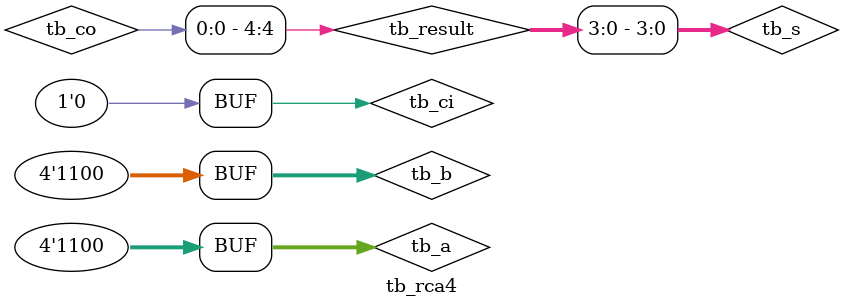
<source format=v>
`timescale 1ns/100ps

module tb_rca4;				//Simple Testbench by Directed Verification
	reg[3:0] tb_a, tb_b;
	reg tb_ci;
	wire[3:0] tb_s;
	wire tb_co;
	wire[4:0] tb_result;

	rca4 testrca4(tb_s, tb_co, tb_a, tb_b, tb_ci);
	
	initial
	begin
		tb_a = 4'b0000; tb_b = 4'b0000; tb_ci=1'b0; #10;
		
		tb_a = 4'b0001; tb_b = 4'b0001; #10;						//MSB Carry verification
		tb_ci=1'b1; #10;
		
		tb_a = 4'b0010; tb_b = 4'b0010; tb_ci=1'b0; #10;		//Second bit Carry verification
		tb_a = 4'b0011; tb_b = 4'b0011; #10;
		
		tb_a = 4'b0100; tb_b = 4'b0100; #10;						//Third bit Carry verification
		tb_a = 4'b0110; tb_b = 4'b0110; #10;
		
		tb_a = 4'b1000; tb_b = 4'b1000; #10;						//MSB Carry verification
		tb_a = 4'b1100; tb_b = 4'b1100; #10;
	
	
	end
	
	assign tb_result = {tb_co, tb_s};
	
endmodule

</source>
